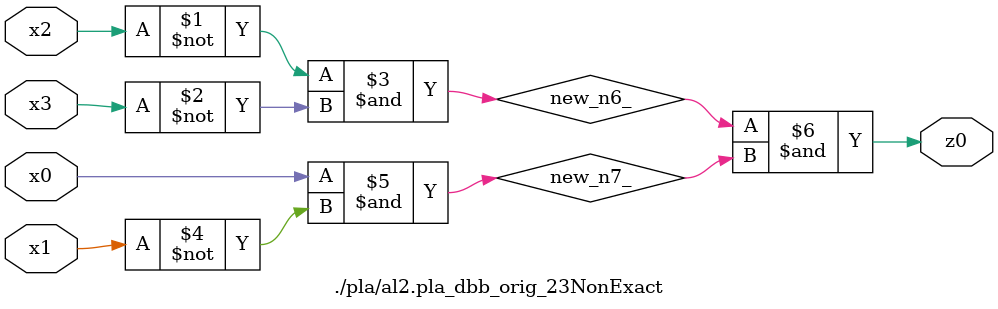
<source format=v>

module \./pla/al2.pla_dbb_orig_23NonExact  ( 
    x0, x1, x2, x3,
    z0  );
  input  x0, x1, x2, x3;
  output z0;
  wire new_n6_, new_n7_;
  assign new_n6_ = ~x2 & ~x3;
  assign new_n7_ = x0 & ~x1;
  assign z0 = new_n6_ & new_n7_;
endmodule



</source>
